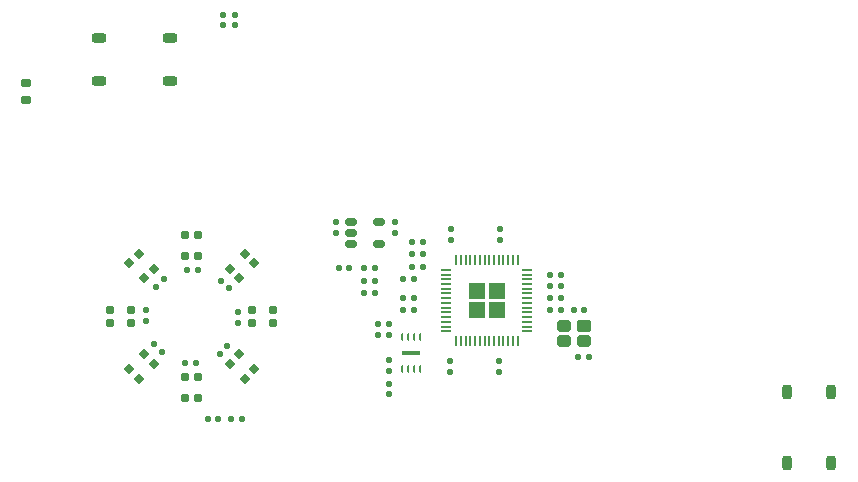
<source format=gtp>
G04*
G04 #@! TF.GenerationSoftware,Altium Limited,Altium Designer,21.1.1 (26)*
G04*
G04 Layer_Color=12040119*
%FSAX44Y44*%
%MOMM*%
G71*
G04*
G04 #@! TF.SameCoordinates,35B4BD9A-10F4-4648-9EF8-68C66FDF8F35*
G04*
G04*
G04 #@! TF.FilePolarity,Positive*
G04*
G01*
G75*
G04:AMPARAMS|DCode=13|XSize=0.7mm|YSize=0.25mm|CornerRadius=0.0625mm|HoleSize=0mm|Usage=FLASHONLY|Rotation=90.000|XOffset=0mm|YOffset=0mm|HoleType=Round|Shape=RoundedRectangle|*
%AMROUNDEDRECTD13*
21,1,0.7000,0.1250,0,0,90.0*
21,1,0.5750,0.2500,0,0,90.0*
1,1,0.1250,0.0625,0.2875*
1,1,0.1250,0.0625,-0.2875*
1,1,0.1250,-0.0625,-0.2875*
1,1,0.1250,-0.0625,0.2875*
%
%ADD13ROUNDEDRECTD13*%
G04:AMPARAMS|DCode=14|XSize=1.6mm|YSize=0.4mm|CornerRadius=0.1mm|HoleSize=0mm|Usage=FLASHONLY|Rotation=180.000|XOffset=0mm|YOffset=0mm|HoleType=Round|Shape=RoundedRectangle|*
%AMROUNDEDRECTD14*
21,1,1.6000,0.2000,0,0,180.0*
21,1,1.4000,0.4000,0,0,180.0*
1,1,0.2000,-0.7000,0.1000*
1,1,0.2000,0.7000,0.1000*
1,1,0.2000,0.7000,-0.1000*
1,1,0.2000,-0.7000,-0.1000*
%
%ADD14ROUNDEDRECTD14*%
G04:AMPARAMS|DCode=15|XSize=1.2mm|YSize=1mm|CornerRadius=0.25mm|HoleSize=0mm|Usage=FLASHONLY|Rotation=180.000|XOffset=0mm|YOffset=0mm|HoleType=Round|Shape=RoundedRectangle|*
%AMROUNDEDRECTD15*
21,1,1.2000,0.5000,0,0,180.0*
21,1,0.7000,1.0000,0,0,180.0*
1,1,0.5000,-0.3500,0.2500*
1,1,0.5000,0.3500,0.2500*
1,1,0.5000,0.3500,-0.2500*
1,1,0.5000,-0.3500,-0.2500*
%
%ADD15ROUNDEDRECTD15*%
G04:AMPARAMS|DCode=16|XSize=1.2mm|YSize=1mm|CornerRadius=0.1mm|HoleSize=0mm|Usage=FLASHONLY|Rotation=180.000|XOffset=0mm|YOffset=0mm|HoleType=Round|Shape=RoundedRectangle|*
%AMROUNDEDRECTD16*
21,1,1.2000,0.8000,0,0,180.0*
21,1,1.0000,1.0000,0,0,180.0*
1,1,0.2000,-0.5000,0.4000*
1,1,0.2000,0.5000,0.4000*
1,1,0.2000,0.5000,-0.4000*
1,1,0.2000,-0.5000,-0.4000*
%
%ADD16ROUNDEDRECTD16*%
G04:AMPARAMS|DCode=17|XSize=0.5mm|YSize=0.5mm|CornerRadius=0.125mm|HoleSize=0mm|Usage=FLASHONLY|Rotation=90.000|XOffset=0mm|YOffset=0mm|HoleType=Round|Shape=RoundedRectangle|*
%AMROUNDEDRECTD17*
21,1,0.5000,0.2500,0,0,90.0*
21,1,0.2500,0.5000,0,0,90.0*
1,1,0.2500,0.1250,0.1250*
1,1,0.2500,0.1250,-0.1250*
1,1,0.2500,-0.1250,-0.1250*
1,1,0.2500,-0.1250,0.1250*
%
%ADD17ROUNDEDRECTD17*%
G04:AMPARAMS|DCode=18|XSize=0.7mm|YSize=0.7mm|CornerRadius=0.14mm|HoleSize=0mm|Usage=FLASHONLY|Rotation=90.000|XOffset=0mm|YOffset=0mm|HoleType=Round|Shape=RoundedRectangle|*
%AMROUNDEDRECTD18*
21,1,0.7000,0.4200,0,0,90.0*
21,1,0.4200,0.7000,0,0,90.0*
1,1,0.2800,0.2100,0.2100*
1,1,0.2800,0.2100,-0.2100*
1,1,0.2800,-0.2100,-0.2100*
1,1,0.2800,-0.2100,0.2100*
%
%ADD18ROUNDEDRECTD18*%
G04:AMPARAMS|DCode=19|XSize=0.5mm|YSize=0.5mm|CornerRadius=0.125mm|HoleSize=0mm|Usage=FLASHONLY|Rotation=0.000|XOffset=0mm|YOffset=0mm|HoleType=Round|Shape=RoundedRectangle|*
%AMROUNDEDRECTD19*
21,1,0.5000,0.2500,0,0,0.0*
21,1,0.2500,0.5000,0,0,0.0*
1,1,0.2500,0.1250,-0.1250*
1,1,0.2500,-0.1250,-0.1250*
1,1,0.2500,-0.1250,0.1250*
1,1,0.2500,0.1250,0.1250*
%
%ADD19ROUNDEDRECTD19*%
G04:AMPARAMS|DCode=20|XSize=0.7mm|YSize=0.7mm|CornerRadius=0.14mm|HoleSize=0mm|Usage=FLASHONLY|Rotation=45.000|XOffset=0mm|YOffset=0mm|HoleType=Round|Shape=RoundedRectangle|*
%AMROUNDEDRECTD20*
21,1,0.7000,0.4200,0,0,45.0*
21,1,0.4200,0.7000,0,0,45.0*
1,1,0.2800,0.2970,0.0000*
1,1,0.2800,0.0000,-0.2970*
1,1,0.2800,-0.2970,0.0000*
1,1,0.2800,0.0000,0.2970*
%
%ADD20ROUNDEDRECTD20*%
G04:AMPARAMS|DCode=21|XSize=0.5mm|YSize=0.5mm|CornerRadius=0.125mm|HoleSize=0mm|Usage=FLASHONLY|Rotation=315.000|XOffset=0mm|YOffset=0mm|HoleType=Round|Shape=RoundedRectangle|*
%AMROUNDEDRECTD21*
21,1,0.5000,0.2500,0,0,315.0*
21,1,0.2500,0.5000,0,0,315.0*
1,1,0.2500,0.0000,-0.1768*
1,1,0.2500,-0.1768,0.0000*
1,1,0.2500,0.0000,0.1768*
1,1,0.2500,0.1768,0.0000*
%
%ADD21ROUNDEDRECTD21*%
G04:AMPARAMS|DCode=22|XSize=0.7mm|YSize=0.7mm|CornerRadius=0.14mm|HoleSize=0mm|Usage=FLASHONLY|Rotation=0.000|XOffset=0mm|YOffset=0mm|HoleType=Round|Shape=RoundedRectangle|*
%AMROUNDEDRECTD22*
21,1,0.7000,0.4200,0,0,0.0*
21,1,0.4200,0.7000,0,0,0.0*
1,1,0.2800,0.2100,-0.2100*
1,1,0.2800,-0.2100,-0.2100*
1,1,0.2800,-0.2100,0.2100*
1,1,0.2800,0.2100,0.2100*
%
%ADD22ROUNDEDRECTD22*%
G04:AMPARAMS|DCode=23|XSize=0.7mm|YSize=0.7mm|CornerRadius=0.14mm|HoleSize=0mm|Usage=FLASHONLY|Rotation=315.000|XOffset=0mm|YOffset=0mm|HoleType=Round|Shape=RoundedRectangle|*
%AMROUNDEDRECTD23*
21,1,0.7000,0.4200,0,0,315.0*
21,1,0.4200,0.7000,0,0,315.0*
1,1,0.2800,0.0000,-0.2970*
1,1,0.2800,-0.2970,0.0000*
1,1,0.2800,0.0000,0.2970*
1,1,0.2800,0.2970,0.0000*
%
%ADD23ROUNDEDRECTD23*%
G04:AMPARAMS|DCode=24|XSize=0.5mm|YSize=0.5mm|CornerRadius=0.125mm|HoleSize=0mm|Usage=FLASHONLY|Rotation=225.000|XOffset=0mm|YOffset=0mm|HoleType=Round|Shape=RoundedRectangle|*
%AMROUNDEDRECTD24*
21,1,0.5000,0.2500,0,0,225.0*
21,1,0.2500,0.5000,0,0,225.0*
1,1,0.2500,-0.1768,0.0000*
1,1,0.2500,0.0000,0.1768*
1,1,0.2500,0.1768,0.0000*
1,1,0.2500,0.0000,-0.1768*
%
%ADD24ROUNDEDRECTD24*%
G04:AMPARAMS|DCode=25|XSize=0.6mm|YSize=1mm|CornerRadius=0.15mm|HoleSize=0mm|Usage=FLASHONLY|Rotation=90.000|XOffset=0mm|YOffset=0mm|HoleType=Round|Shape=RoundedRectangle|*
%AMROUNDEDRECTD25*
21,1,0.6000,0.7000,0,0,90.0*
21,1,0.3000,1.0000,0,0,90.0*
1,1,0.3000,0.3500,0.1500*
1,1,0.3000,0.3500,-0.1500*
1,1,0.3000,-0.3500,-0.1500*
1,1,0.3000,-0.3500,0.1500*
%
%ADD25ROUNDEDRECTD25*%
G04:AMPARAMS|DCode=26|XSize=0.75mm|YSize=0.8mm|CornerRadius=0.1875mm|HoleSize=0mm|Usage=FLASHONLY|Rotation=270.000|XOffset=0mm|YOffset=0mm|HoleType=Round|Shape=RoundedRectangle|*
%AMROUNDEDRECTD26*
21,1,0.7500,0.4250,0,0,270.0*
21,1,0.3750,0.8000,0,0,270.0*
1,1,0.3750,-0.2125,-0.1875*
1,1,0.3750,-0.2125,0.1875*
1,1,0.3750,0.2125,0.1875*
1,1,0.3750,0.2125,-0.1875*
%
%ADD26ROUNDEDRECTD26*%
G04:AMPARAMS|DCode=27|XSize=0.45mm|YSize=0.5mm|CornerRadius=0.1125mm|HoleSize=0mm|Usage=FLASHONLY|Rotation=270.000|XOffset=0mm|YOffset=0mm|HoleType=Round|Shape=RoundedRectangle|*
%AMROUNDEDRECTD27*
21,1,0.4500,0.2750,0,0,270.0*
21,1,0.2250,0.5000,0,0,270.0*
1,1,0.2250,-0.1375,-0.1125*
1,1,0.2250,-0.1375,0.1125*
1,1,0.2250,0.1375,0.1125*
1,1,0.2250,0.1375,-0.1125*
%
%ADD27ROUNDEDRECTD27*%
G04:AMPARAMS|DCode=28|XSize=0.45mm|YSize=0.5mm|CornerRadius=0.1125mm|HoleSize=0mm|Usage=FLASHONLY|Rotation=0.000|XOffset=0mm|YOffset=0mm|HoleType=Round|Shape=RoundedRectangle|*
%AMROUNDEDRECTD28*
21,1,0.4500,0.2750,0,0,0.0*
21,1,0.2250,0.5000,0,0,0.0*
1,1,0.2250,0.1125,-0.1375*
1,1,0.2250,-0.1125,-0.1375*
1,1,0.2250,-0.1125,0.1375*
1,1,0.2250,0.1125,0.1375*
%
%ADD28ROUNDEDRECTD28*%
G04:AMPARAMS|DCode=29|XSize=0.2mm|YSize=0.8mm|CornerRadius=0.075mm|HoleSize=0mm|Usage=FLASHONLY|Rotation=90.000|XOffset=0mm|YOffset=0mm|HoleType=Round|Shape=RoundedRectangle|*
%AMROUNDEDRECTD29*
21,1,0.2000,0.6500,0,0,90.0*
21,1,0.0500,0.8000,0,0,90.0*
1,1,0.1500,0.3250,0.0250*
1,1,0.1500,0.3250,-0.0250*
1,1,0.1500,-0.3250,-0.0250*
1,1,0.1500,-0.3250,0.0250*
%
%ADD29ROUNDEDRECTD29*%
G04:AMPARAMS|DCode=30|XSize=0.8mm|YSize=0.2mm|CornerRadius=0.075mm|HoleSize=0mm|Usage=FLASHONLY|Rotation=90.000|XOffset=0mm|YOffset=0mm|HoleType=Round|Shape=RoundedRectangle|*
%AMROUNDEDRECTD30*
21,1,0.8000,0.0500,0,0,90.0*
21,1,0.6500,0.2000,0,0,90.0*
1,1,0.1500,0.0250,0.3250*
1,1,0.1500,0.0250,-0.3250*
1,1,0.1500,-0.0250,-0.3250*
1,1,0.1500,-0.0250,0.3250*
%
%ADD30ROUNDEDRECTD30*%
G04:AMPARAMS|DCode=31|XSize=0.8mm|YSize=1.2mm|CornerRadius=0.2mm|HoleSize=0mm|Usage=FLASHONLY|Rotation=0.000|XOffset=0mm|YOffset=0mm|HoleType=Round|Shape=RoundedRectangle|*
%AMROUNDEDRECTD31*
21,1,0.8000,0.8000,0,0,0.0*
21,1,0.4000,1.2000,0,0,0.0*
1,1,0.4000,0.2000,-0.4000*
1,1,0.4000,-0.2000,-0.4000*
1,1,0.4000,-0.2000,0.4000*
1,1,0.4000,0.2000,0.4000*
%
%ADD31ROUNDEDRECTD31*%
G04:AMPARAMS|DCode=32|XSize=0.8mm|YSize=1.2mm|CornerRadius=0.2mm|HoleSize=0mm|Usage=FLASHONLY|Rotation=270.000|XOffset=0mm|YOffset=0mm|HoleType=Round|Shape=RoundedRectangle|*
%AMROUNDEDRECTD32*
21,1,0.8000,0.8000,0,0,270.0*
21,1,0.4000,1.2000,0,0,270.0*
1,1,0.4000,-0.4000,-0.2000*
1,1,0.4000,-0.4000,0.2000*
1,1,0.4000,0.4000,0.2000*
1,1,0.4000,0.4000,-0.2000*
%
%ADD32ROUNDEDRECTD32*%
G36*
X00544500Y00274000D02*
X00531000D01*
Y00260500D01*
X00544500D01*
Y00274000D01*
D02*
G37*
G36*
Y00277000D02*
X00531000D01*
Y00290500D01*
X00544500D01*
Y00277000D01*
D02*
G37*
G36*
X00547500Y00274000D02*
X00561000D01*
Y00260500D01*
X00547500D01*
Y00274000D01*
D02*
G37*
G36*
Y00277000D02*
X00561000D01*
Y00290500D01*
X00547500D01*
Y00277000D01*
D02*
G37*
D13*
X00474500Y00217750D02*
D03*
X00479500D02*
D03*
X00484500D02*
D03*
X00489500D02*
D03*
Y00244250D02*
D03*
X00484500D02*
D03*
X00479500D02*
D03*
X00474500D02*
D03*
D14*
X00482000Y00231000D02*
D03*
D15*
X00611500Y00254000D02*
D03*
Y00241000D02*
D03*
X00628500D02*
D03*
D16*
Y00254000D02*
D03*
D17*
X00257000Y00267500D02*
D03*
Y00258500D02*
D03*
X00335000Y00256500D02*
D03*
Y00265500D02*
D03*
X00468500Y00333000D02*
D03*
Y00342000D02*
D03*
X00418000Y00333000D02*
D03*
Y00342000D02*
D03*
X00556000Y00215000D02*
D03*
Y00224000D02*
D03*
X00557500Y00336000D02*
D03*
Y00327000D02*
D03*
X00516000Y00336000D02*
D03*
Y00327000D02*
D03*
X00514500Y00215000D02*
D03*
Y00224000D02*
D03*
X00463500Y00196000D02*
D03*
Y00205000D02*
D03*
Y00225000D02*
D03*
Y00216000D02*
D03*
D18*
X00290500Y00331000D02*
D03*
Y00313000D02*
D03*
X00301500D02*
D03*
Y00331000D02*
D03*
Y00193000D02*
D03*
Y00211000D02*
D03*
X00290500D02*
D03*
Y00193000D02*
D03*
D19*
X00301500Y00301000D02*
D03*
X00292500D02*
D03*
X00290500Y00223000D02*
D03*
X00299500D02*
D03*
X00442000Y00281500D02*
D03*
X00451000D02*
D03*
X00454000Y00256000D02*
D03*
X00463000D02*
D03*
X00451000Y00292000D02*
D03*
X00442000D02*
D03*
X00628500Y00267500D02*
D03*
X00619500D02*
D03*
X00608500Y00277500D02*
D03*
X00599500D02*
D03*
X00608500Y00267500D02*
D03*
X00599500D02*
D03*
Y00297500D02*
D03*
X00608500D02*
D03*
X00608500Y00287500D02*
D03*
X00599500D02*
D03*
X00632500Y00227500D02*
D03*
X00623500D02*
D03*
X00482500Y00315000D02*
D03*
X00491500D02*
D03*
X00475000Y00293500D02*
D03*
X00484000D02*
D03*
X00482500Y00303500D02*
D03*
X00491500D02*
D03*
X00475000Y00277500D02*
D03*
X00484000D02*
D03*
X00475000Y00267500D02*
D03*
X00484000D02*
D03*
X00491500Y00325000D02*
D03*
X00482500D02*
D03*
X00454000Y00246000D02*
D03*
X00463000D02*
D03*
D20*
X00340901Y00314680D02*
D03*
X00328173Y00301952D02*
D03*
X00335951Y00294173D02*
D03*
X00348679Y00306901D02*
D03*
X00251099Y00209321D02*
D03*
X00263827Y00222048D02*
D03*
X00256049Y00229827D02*
D03*
X00243321Y00217099D02*
D03*
D21*
X00327466Y00285688D02*
D03*
X00321102Y00292052D02*
D03*
X00264534Y00238312D02*
D03*
X00270898Y00231948D02*
D03*
D22*
X00365000Y00267500D02*
D03*
X00347000D02*
D03*
Y00256500D02*
D03*
X00365000D02*
D03*
X00227000D02*
D03*
X00245000D02*
D03*
Y00267500D02*
D03*
X00227000D02*
D03*
D23*
X00348679Y00217099D02*
D03*
X00335951Y00229827D02*
D03*
X00328173Y00222048D02*
D03*
X00340901Y00209321D02*
D03*
X00243321Y00306901D02*
D03*
X00256049Y00294173D02*
D03*
X00263827Y00301952D02*
D03*
X00251099Y00314680D02*
D03*
D24*
X00319688Y00230534D02*
D03*
X00326052Y00236898D02*
D03*
X00272312Y00293466D02*
D03*
X00265948Y00287102D02*
D03*
D25*
X00455000Y00342000D02*
D03*
X00431000Y00323000D02*
D03*
X00455000D02*
D03*
X00431000Y00342000D02*
D03*
Y00332500D02*
D03*
D26*
X00155500Y00445000D02*
D03*
Y00460000D02*
D03*
D27*
X00332500Y00517500D02*
D03*
Y00508500D02*
D03*
X00322500Y00517500D02*
D03*
Y00508500D02*
D03*
D28*
X00420500Y00303000D02*
D03*
X00429500D02*
D03*
X00442000D02*
D03*
X00451000D02*
D03*
X00309500Y00175000D02*
D03*
X00318500D02*
D03*
X00329500D02*
D03*
X00338500D02*
D03*
D29*
X00580350Y00249500D02*
D03*
Y00253500D02*
D03*
Y00257500D02*
D03*
Y00261500D02*
D03*
Y00265500D02*
D03*
Y00269500D02*
D03*
Y00273500D02*
D03*
Y00277500D02*
D03*
Y00281500D02*
D03*
Y00285500D02*
D03*
Y00289500D02*
D03*
Y00293500D02*
D03*
Y00297500D02*
D03*
Y00301500D02*
D03*
X00511650D02*
D03*
Y00297500D02*
D03*
Y00293500D02*
D03*
Y00289500D02*
D03*
Y00285500D02*
D03*
Y00281500D02*
D03*
Y00277500D02*
D03*
Y00273500D02*
D03*
Y00269500D02*
D03*
Y00265500D02*
D03*
Y00261500D02*
D03*
Y00257500D02*
D03*
Y00253500D02*
D03*
Y00249500D02*
D03*
D30*
X00520000Y00241150D02*
D03*
X00524000D02*
D03*
X00528000D02*
D03*
X00532000D02*
D03*
X00536000D02*
D03*
X00540000D02*
D03*
X00544000D02*
D03*
X00548000D02*
D03*
X00552000D02*
D03*
X00556000D02*
D03*
X00560000D02*
D03*
X00564000D02*
D03*
X00568000D02*
D03*
X00572000D02*
D03*
Y00309850D02*
D03*
X00568000D02*
D03*
X00564000D02*
D03*
X00560000D02*
D03*
X00556000D02*
D03*
X00552000D02*
D03*
X00548000D02*
D03*
X00544000D02*
D03*
X00540000D02*
D03*
X00536000D02*
D03*
X00532000D02*
D03*
X00528000D02*
D03*
X00524000D02*
D03*
X00520000D02*
D03*
D31*
X00800000Y00137893D02*
D03*
Y00197893D02*
D03*
X00837000Y00137893D02*
D03*
Y00197893D02*
D03*
D32*
X00217893Y00498000D02*
D03*
X00277893D02*
D03*
X00217893Y00461000D02*
D03*
X00277893D02*
D03*
M02*

</source>
